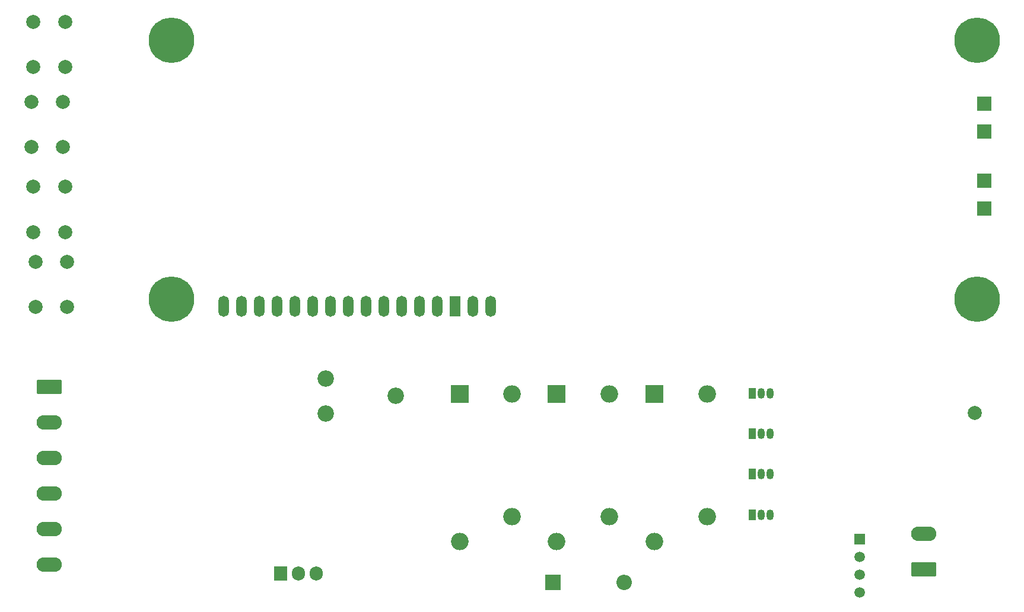
<source format=gbr>
%TF.GenerationSoftware,KiCad,Pcbnew,7.0.7*%
%TF.CreationDate,2023-12-03T21:53:00-03:00*%
%TF.ProjectId,climatizador automatico,636c696d-6174-4697-9a61-646f72206175,rev?*%
%TF.SameCoordinates,Original*%
%TF.FileFunction,Soldermask,Bot*%
%TF.FilePolarity,Negative*%
%FSLAX46Y46*%
G04 Gerber Fmt 4.6, Leading zero omitted, Abs format (unit mm)*
G04 Created by KiCad (PCBNEW 7.0.7) date 2023-12-03 21:53:00*
%MOMM*%
%LPD*%
G01*
G04 APERTURE LIST*
G04 Aperture macros list*
%AMRoundRect*
0 Rectangle with rounded corners*
0 $1 Rounding radius*
0 $2 $3 $4 $5 $6 $7 $8 $9 X,Y pos of 4 corners*
0 Add a 4 corners polygon primitive as box body*
4,1,4,$2,$3,$4,$5,$6,$7,$8,$9,$2,$3,0*
0 Add four circle primitives for the rounded corners*
1,1,$1+$1,$2,$3*
1,1,$1+$1,$4,$5*
1,1,$1+$1,$6,$7*
1,1,$1+$1,$8,$9*
0 Add four rect primitives between the rounded corners*
20,1,$1+$1,$2,$3,$4,$5,0*
20,1,$1+$1,$4,$5,$6,$7,0*
20,1,$1+$1,$6,$7,$8,$9,0*
20,1,$1+$1,$8,$9,$2,$3,0*%
G04 Aperture macros list end*
%ADD10R,2.200000X2.200000*%
%ADD11O,2.200000X2.200000*%
%ADD12R,2.500000X2.500000*%
%ADD13O,2.500000X2.500000*%
%ADD14R,1.050000X1.500000*%
%ADD15O,1.050000X1.500000*%
%ADD16C,2.000000*%
%ADD17C,2.340000*%
%ADD18RoundRect,0.249999X-1.550001X0.790001X-1.550001X-0.790001X1.550001X-0.790001X1.550001X0.790001X0*%
%ADD19O,3.600000X2.080000*%
%ADD20C,6.500000*%
%ADD21R,1.500000X3.000000*%
%ADD22O,1.500000X3.000000*%
%ADD23R,2.000000X2.000000*%
%ADD24R,1.905000X2.000000*%
%ADD25O,1.905000X2.000000*%
%ADD26R,1.500000X1.500000*%
%ADD27C,1.500000*%
%ADD28RoundRect,0.249999X1.550001X-0.790001X1.550001X0.790001X-1.550001X0.790001X-1.550001X-0.790001X0*%
G04 APERTURE END LIST*
D10*
%TO.C,D2*%
X149040900Y-125116900D03*
D11*
X159200900Y-125116900D03*
%TD*%
D12*
%TO.C,K1*%
X135743400Y-98199400D03*
D13*
X135743400Y-119199400D03*
X143243400Y-115699400D03*
X143243400Y-98199400D03*
%TD*%
D12*
%TO.C,K5*%
X163530900Y-98199400D03*
D13*
X163530900Y-119199400D03*
X171030900Y-115699400D03*
X171030900Y-98199400D03*
%TD*%
D14*
%TO.C,Q3*%
X177533400Y-103839400D03*
D15*
X178803400Y-103839400D03*
X180073400Y-103839400D03*
%TD*%
D16*
%TO.C,J1*%
X209240900Y-100886900D03*
%TD*%
D17*
%TO.C,RV1*%
X116620900Y-100921900D03*
X126620900Y-98421900D03*
X116620900Y-95921900D03*
%TD*%
D18*
%TO.C,J2*%
X77170900Y-97176900D03*
D19*
X77170900Y-102256900D03*
X77170900Y-107336900D03*
X77170900Y-112416900D03*
X77170900Y-117496900D03*
X77170900Y-122576900D03*
%TD*%
D16*
%TO.C,SW3*%
X74920900Y-75026900D03*
X74920900Y-68526900D03*
X79420900Y-75026900D03*
X79420900Y-68526900D03*
%TD*%
D14*
%TO.C,Q5*%
X177533400Y-115419400D03*
D15*
X178803400Y-115419400D03*
X180073400Y-115419400D03*
%TD*%
D12*
%TO.C,K2*%
X149560900Y-98199400D03*
D13*
X149560900Y-119199400D03*
X157060900Y-115699400D03*
X157060900Y-98199400D03*
%TD*%
D16*
%TO.C,SW2*%
X74630900Y-62886900D03*
X74630900Y-56386900D03*
X79130900Y-62886900D03*
X79130900Y-56386900D03*
%TD*%
%TO.C,SW1*%
X74920900Y-51456900D03*
X74920900Y-44956900D03*
X79420900Y-51456900D03*
X79420900Y-44956900D03*
%TD*%
D20*
%TO.C,U2*%
X209600900Y-84646900D03*
X209600900Y-47646900D03*
X94600900Y-84646900D03*
X94600900Y-47646900D03*
D21*
X135100900Y-85646900D03*
D22*
X132560900Y-85646900D03*
X130020900Y-85646900D03*
X127480900Y-85646900D03*
X124940900Y-85646900D03*
X122400900Y-85646900D03*
X119860900Y-85646900D03*
X117320900Y-85646900D03*
X114780900Y-85646900D03*
X112240900Y-85646900D03*
X109700900Y-85646900D03*
X107160900Y-85646900D03*
X104620900Y-85646900D03*
X102080900Y-85646900D03*
X137640900Y-85646900D03*
X140180900Y-85646900D03*
D23*
X210600900Y-71646900D03*
X210600900Y-60646900D03*
X210600900Y-67646900D03*
X210600900Y-56646900D03*
%TD*%
D14*
%TO.C,Q4*%
X177533400Y-109629400D03*
D15*
X178803400Y-109629400D03*
X180073400Y-109629400D03*
%TD*%
D24*
%TO.C,U5*%
X110190900Y-123846900D03*
D25*
X112730900Y-123846900D03*
X115270900Y-123846900D03*
%TD*%
D14*
%TO.C,Q2*%
X177533400Y-98049400D03*
D15*
X178803400Y-98049400D03*
X180073400Y-98049400D03*
%TD*%
D26*
%TO.C,U1*%
X192838400Y-118864400D03*
D27*
X192838400Y-121404400D03*
X192838400Y-123944400D03*
X192838400Y-126484400D03*
%TD*%
D16*
%TO.C,SW4*%
X75210900Y-85746900D03*
X75210900Y-79246900D03*
X79710900Y-85746900D03*
X79710900Y-79246900D03*
%TD*%
D28*
%TO.C,J10*%
X201962500Y-123190000D03*
D19*
X201962500Y-118110000D03*
%TD*%
M02*

</source>
